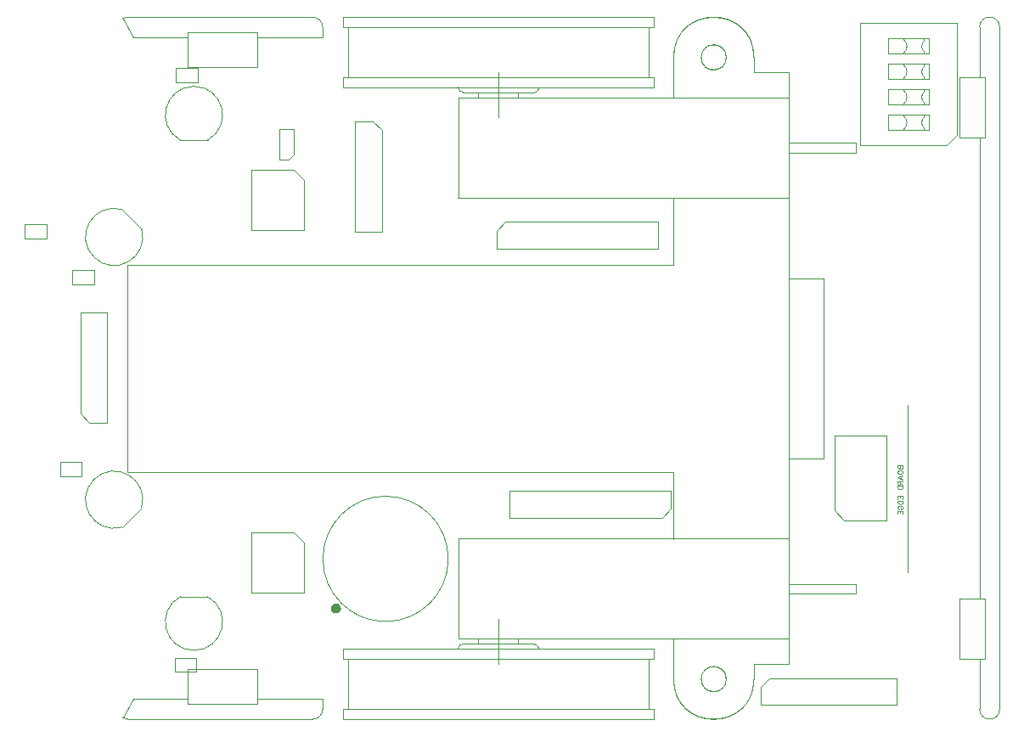
<source format=gbr>
G04 DipTrace 5.1.0.3*
G04 Âåðõíÿÿãðàôèêà.gbr*
%MOMM*%
G04 #@! TF.FileFunction,Drawing,Top*
G04 #@! TF.Part,Single*
%ADD10C,0.12*%
%ADD11C,0.0001*%
%ADD109C,0.07843*%
%FSLAX35Y35*%
G04*
G71*
G90*
G75*
G01*
G04 TopAssy*
%LPD*%
X10079148Y2462965D2*
D10*
X10079092Y4134965D1*
X4838231Y6875336D2*
X4838287Y5861670D1*
X4572287Y5861655D1*
X4572226Y6963655D1*
X4749893Y6963665D1*
X4838231Y6875336D1*
X2827786Y2223158D2*
G03X3101466Y2223169I136850J-249994D01*
G01*
X2827786Y2223158D2*
X3101466Y2223169D1*
X3101486Y6777168D2*
G03X2827806Y6777159I-136848J249995D01*
G01*
X3101486Y6777168D2*
X2827806Y6777159D1*
X2441777Y3110552D2*
G03X2248260Y2917027I-273539J80011D01*
G01*
X2441777Y3110552D2*
X2248260Y2917027D1*
X2248254Y6084302D2*
G03X2441775Y5890781I-80016J-273537D01*
G01*
X2248254Y6084302D2*
X2441775Y5890781D1*
X4059275Y2760736D2*
X4059288Y2266736D1*
X3535288Y2266723D1*
X3535272Y2860723D1*
X3959272Y2860734D1*
X4059275Y2760736D1*
X9349710Y3082167D2*
Y3830167D1*
X9873710D1*
Y2982167D1*
X9449710D1*
X9349710Y3082167D1*
X4059237Y6376663D2*
Y5882663D1*
X3535237D1*
Y6476663D1*
X3959237D1*
X4059237Y6376663D1*
X7632279Y3009606D2*
X6110612Y3009572D1*
X6110607Y3275572D1*
X7720607Y3275608D1*
X7720611Y3097941D1*
X7632279Y3009606D1*
X4250417Y2600243D2*
G02X4250417Y2600243I625000J0D01*
G01*
G36*
X4381150Y2055977D2*
X4374624Y2056404D1*
X4368209Y2057680D1*
X4362016Y2059783D1*
X4356150Y2062675D1*
X4350712Y2066309D1*
X4345795Y2070621D1*
X4341482Y2075539D1*
X4337849Y2080977D1*
X4334956Y2086843D1*
X4332854Y2093036D1*
X4331578Y2099450D1*
X4331150Y2105977D1*
X4331578Y2112503D1*
X4332854Y2118918D1*
X4334956Y2125111D1*
X4337849Y2130977D1*
X4341482Y2136415D1*
X4345795Y2141332D1*
X4350712Y2145644D1*
X4356150Y2149278D1*
X4362016Y2152171D1*
X4368209Y2154273D1*
X4374624Y2155549D1*
X4381150Y2155977D1*
D1*
X4387676Y2155549D1*
X4394091Y2154273D1*
X4400284Y2152171D1*
X4406150Y2149278D1*
X4411588Y2145644D1*
X4416505Y2141332D1*
X4420818Y2136415D1*
X4424451Y2130977D1*
X4427344Y2125111D1*
X4429446Y2118918D1*
X4430722Y2112503D1*
X4431150Y2105977D1*
X4430722Y2099450D1*
X4429446Y2093036D1*
X4427344Y2086843D1*
X4424451Y2080977D1*
X4420818Y2075539D1*
X4416505Y2070621D1*
X4411588Y2066309D1*
X4406150Y2062675D1*
X4400284Y2059783D1*
X4394091Y2057680D1*
X4387676Y2056404D1*
X4381150Y2055977D1*
D1*
G37*
X1831185Y4046405D2*
D10*
X1831167Y5060071D1*
X2097167Y5060076D1*
X2097187Y3958076D1*
X1919520Y3958073D1*
X1831185Y4046405D1*
X3959037Y6628830D2*
X3912370Y6582163D1*
X3819037D1*
Y6882163D1*
X3959037D1*
Y6628830D1*
X2771035Y1613960D2*
X2771039Y1473960D1*
X2987039Y1473967D1*
X2987035Y1613967D1*
X2771035Y1613960D1*
X2786737Y7493863D2*
Y7353863D1*
X3002737D1*
Y7493863D1*
X2786737D1*
X1630037Y3564563D2*
Y3424563D1*
X1846037D1*
Y3564563D1*
X1630037D1*
X1279733Y5935757D2*
X1279741Y5795757D1*
X1495741Y5795770D1*
X1495733Y5935770D1*
X1279733Y5935757D1*
X1751435Y5479960D2*
X1751439Y5339960D1*
X1967439Y5339967D1*
X1967435Y5479967D1*
X1751435Y5479960D1*
X6069083Y5960922D2*
X7590750Y5960967D1*
X7590758Y5694967D1*
X5980758Y5694920D1*
X5980753Y5872586D1*
X6069083Y5960922D1*
X10570610Y6824555D2*
X10470614Y6724552D1*
X9604614Y6724523D1*
X9604573Y7944523D1*
X10570573Y7944555D1*
X10570610Y6824555D1*
X9884609Y6873533D2*
X10290609Y6873546D1*
X10290603Y7033546D1*
X9884603Y7033533D1*
X9884609Y6873533D1*
X10245608Y6895395D2*
Y6878495D1*
X10042608Y6878488D1*
Y6894488D1*
X10042604Y7012588D2*
X10042603Y7028588D1*
X10245603Y7028595D1*
X10245604Y7011695D1*
X10043358Y6895438D2*
X10049758Y6901938D1*
X10056357Y6910838D1*
X10061657Y6920538D1*
X10065657Y6931339D1*
X10067956Y6941639D1*
X10068856Y6953539D1*
X10067956Y6965439D1*
X10065655Y6975739D1*
X10061655Y6986538D1*
X10056355Y6996238D1*
X10049754Y7005138D1*
X10043354Y7011638D1*
X10244854Y7011645D2*
X10238454Y7005144D1*
X10231855Y6996244D1*
X10226555Y6986544D1*
X10222555Y6975744D1*
X10220256Y6965444D1*
X10219356Y6953544D1*
X10220256Y6941644D1*
X10222557Y6931344D1*
X10226557Y6920544D1*
X10231857Y6910844D1*
X10238458Y6901944D1*
X10244858Y6895445D1*
X9884600Y7127533D2*
X10290600Y7127546D1*
X10290595Y7287546D1*
X9884595Y7287533D1*
X9884600Y7127533D1*
X10245599Y7149395D2*
X10245600Y7132495D1*
X10042600Y7132488D1*
X10042599Y7148488D1*
X10042596Y7266588D2*
X10042595Y7282588D1*
X10245595Y7282595D1*
X10245596Y7265695D1*
X10043349Y7149438D2*
X10049749Y7155938D1*
X10056349Y7164838D1*
X10061649Y7174538D1*
X10065648Y7185339D1*
X10067948Y7195639D1*
X10068848Y7207539D1*
X10067947Y7219439D1*
X10065647Y7229739D1*
X10061646Y7240538D1*
X10056346Y7250238D1*
X10049746Y7259138D1*
X10043346Y7265638D1*
X10244846Y7265645D2*
X10238446Y7259144D1*
X10231846Y7250244D1*
X10226546Y7240544D1*
X10222547Y7229744D1*
X10220247Y7219444D1*
X10219348Y7207544D1*
X10220248Y7195644D1*
X10222548Y7185344D1*
X10226549Y7174544D1*
X10231849Y7164844D1*
X10238449Y7155944D1*
X10244849Y7149445D1*
X9884592Y7381533D2*
X10290592Y7381546D1*
X10290587Y7541546D1*
X9884587Y7541533D1*
X9884592Y7381533D1*
X10245591Y7403395D2*
X10245592Y7386495D1*
X10042592Y7386488D1*
X10042591Y7402488D1*
X10042587Y7520588D2*
Y7536588D1*
X10245587Y7536595D1*
Y7519695D1*
X10043341Y7403438D2*
X10049741Y7409938D1*
X10056341Y7418838D1*
X10061640Y7428538D1*
X10065640Y7439339D1*
X10067940Y7449639D1*
X10068839Y7461539D1*
X10067939Y7473439D1*
X10065638Y7483739D1*
X10061638Y7494538D1*
X10056338Y7504238D1*
X10049737Y7513138D1*
X10043337Y7519638D1*
X10244837Y7519645D2*
X10238437Y7513144D1*
X10231838Y7504244D1*
X10226538Y7494544D1*
X10222538Y7483744D1*
X10220239Y7473444D1*
X10219339Y7461544D1*
X10220240Y7449644D1*
X10222540Y7439344D1*
X10226540Y7428544D1*
X10231841Y7418844D1*
X10238441Y7409944D1*
X10244841Y7403445D1*
X9884583Y7635533D2*
X10290583Y7635546D1*
X10290578Y7795546D1*
X9884578Y7795533D1*
X9884583Y7635533D1*
X10245583Y7656395D2*
Y7639495D1*
X10042583Y7639488D1*
Y7655488D1*
X10042579Y7773588D2*
X10042578Y7789588D1*
X10245578Y7789595D1*
X10245579Y7772695D1*
X10043333Y7656438D2*
X10049732Y7662938D1*
X10056332Y7671838D1*
X10061632Y7681538D1*
X10065632Y7692339D1*
X10067931Y7702639D1*
X10068831Y7714539D1*
X10067930Y7726439D1*
X10065630Y7736739D1*
X10061630Y7747538D1*
X10056329Y7757238D1*
X10049729Y7766138D1*
X10043329Y7772638D1*
X10244829Y7772645D2*
X10238429Y7766144D1*
X10231829Y7757244D1*
X10226530Y7747544D1*
X10222530Y7736744D1*
X10220230Y7726444D1*
X10219331Y7714544D1*
X10220231Y7702644D1*
X10222532Y7692344D1*
X10226532Y7681544D1*
X10231832Y7671844D1*
X10238432Y7662944D1*
X10244833Y7656445D1*
X8700963Y1411540D2*
X9968630D1*
Y1145540D1*
X8612630D1*
Y1323207D1*
X8700963Y1411540D1*
X5597177Y6199000D2*
D11*
X8897177D1*
X8022177Y7599000D2*
G02X8022177Y7599000I125000J0D01*
G01*
X7747177Y5599000D2*
Y6199000D1*
Y2799000D2*
Y3399000D1*
X8547177Y7599000D2*
G03X7747177Y7599000I-400000J0D01*
G01*
X8897177Y2799000D2*
Y6199000D1*
X7747177D1*
Y1399000D2*
G03X8547177Y1399000I400000J0D01*
G01*
X8022177D2*
G02X8022177Y1399000I125000J0D01*
G01*
X8547177D2*
Y1549000D1*
X8897177Y5399000D2*
X9247177D1*
Y3599000D1*
X8897177D1*
X5598390Y2801990D2*
Y1801990D1*
X8898390D1*
Y2801990D2*
Y1801990D1*
X5598390Y2801990D2*
X8898390D1*
Y2351990D2*
X9568390D1*
X8898390Y2251990D2*
X9568390D1*
X6198390Y1801990D2*
Y1751990D1*
X5798390Y1801990D2*
Y1751990D1*
X8548390Y7601990D2*
Y7451990D1*
X8023390Y7601990D2*
G02X8023390Y7601990I125000J0D01*
G01*
X8898390Y7451990D2*
Y7201990D1*
X7748390Y5534490D2*
Y6201990D1*
Y2801990D2*
Y3469490D1*
X8548390Y7601990D2*
G03X7748390Y7601990I-400000J0D01*
G01*
X8898390Y2801990D2*
Y6201990D1*
X8548390Y7451990D2*
X8898390D1*
X7748390Y7201990D2*
Y7601990D1*
Y7201990D2*
X8898390D1*
Y6201990D2*
X7748390D1*
Y1401990D2*
G03X8548390Y1401990I400000J0D01*
G01*
X7748390Y1801990D2*
Y1401990D1*
X8023390D2*
G02X8023390Y1401990I125000J0D01*
G01*
X8548390D2*
Y1551990D1*
X8898390D1*
Y1801990D1*
Y2801990D2*
X7748390D1*
Y1801990D2*
X8898390D1*
X2298390Y3469490D2*
X7748390D1*
X2298390Y5534490D2*
X7748390D1*
X2298390Y3469490D2*
Y5534490D1*
X7548390Y1701990D2*
X4448390D1*
X7548390D2*
Y1601990D1*
X4448390Y1101990D2*
Y1001990D1*
X7548390D2*
X4448390D1*
X7548390Y1101990D2*
Y1001990D1*
X4448390Y1701990D2*
Y1601990D1*
X4498390D2*
Y1101990D1*
X7498390Y1601990D2*
Y1101990D1*
X7548390D2*
X4448390D1*
X7548390Y1601990D2*
X4448390D1*
X5648390Y1751990D2*
G03X5598390Y1701990I-5J-49995D01*
G01*
X5648390Y1751990D2*
X6346373D1*
X6347423D1*
X6349517Y1751927D1*
X6353687Y1751537D1*
X6358840Y1750563D1*
X6364830Y1748640D1*
X6370533Y1745987D1*
X6375857Y1742647D1*
X6380723Y1738673D1*
X6385053Y1734123D1*
X6388777Y1729073D1*
X6391840Y1723597D1*
X6394193Y1717783D1*
X6395800Y1711723D1*
X6396513Y1706417D1*
X6396627Y1703163D1*
Y1701990D1*
X7548390Y7301990D2*
Y7401990D1*
X4448390Y7901990D2*
Y8001990D1*
X7548390Y7901990D2*
Y8001990D1*
X4448390Y7301990D2*
Y7401990D1*
X4498390D2*
Y7901990D1*
X7498390Y7401990D2*
Y7901990D1*
X6346373Y7251990D2*
X6347423D1*
X6349517Y7252057D1*
X6353687Y7252447D1*
X6358840Y7253417D1*
X6364830Y7255343D1*
X6370533Y7257993D1*
X6375857Y7261333D1*
X6380723Y7265310D1*
X6385053Y7269860D1*
X6388777Y7274910D1*
X6391840Y7280383D1*
X6394193Y7286197D1*
X6395800Y7292257D1*
X6396513Y7297563D1*
X6396627Y7300820D1*
Y7301990D1*
X5598390D2*
G03X5648390Y7251990I50001J1D01*
G01*
X6346373D2*
X5648390D1*
X5598390Y7201990D2*
Y6201990D1*
X8898390D1*
Y7201990D2*
Y6201990D1*
X5598390Y7201990D2*
X8898390D1*
Y6751990D2*
X9568390D1*
Y6651990D1*
X8898390D2*
X9568390D1*
X6198390Y7201990D2*
Y7251990D1*
X5798390Y7201990D2*
Y7251990D1*
X5998390Y2001990D2*
Y1551990D1*
Y7001990D2*
Y7451990D1*
X4248390Y7901990D2*
Y7801990D1*
X2303813Y8001990D2*
X4148390D1*
X2359240Y7801990D2*
X2898390D1*
X3598390D2*
X4248390D1*
X2303813Y1001990D2*
X4148390D1*
X2359240Y1201990D2*
X2255337Y1014527D1*
X2359240Y1201990D2*
X2898390D1*
X3598390D2*
X4248390D1*
Y1101990D2*
Y1201990D1*
X2359240Y7801990D2*
X2255337Y7989457D1*
X10798390Y1601990D2*
Y1101990D1*
Y7901990D2*
Y7401990D1*
X10998390Y1101990D2*
Y7901990D1*
X10798390Y6801990D2*
Y2201990D1*
X10848390Y6801990D2*
Y7401990D1*
Y2201990D2*
X10698390D1*
Y1601990D2*
X10848390D1*
Y7401990D2*
X10698390D1*
Y6801990D2*
X10848390D1*
Y1601990D2*
Y2201990D1*
X10598390Y1601990D2*
Y2201990D1*
X10698390Y7401990D2*
X10598390D1*
X10698390Y2201990D2*
X10598390D1*
X10698390Y1601990D2*
X10598390D1*
Y6801990D2*
Y7401990D1*
X10698390Y6801990D2*
X10598390D1*
X2898390Y7851990D2*
Y7701990D1*
X3598390D2*
Y7851990D1*
X2898390D1*
Y1151990D2*
Y1301990D1*
Y1501990D1*
X3598390Y1151990D2*
X2898390D1*
X3598390Y1501990D2*
X2898390D1*
X3598390Y1301990D2*
Y1151990D1*
Y1301990D2*
Y1501990D1*
Y7701990D2*
Y7501990D1*
X2898390D1*
Y7701990D2*
Y7501990D1*
X10998390Y7901990D2*
G03X10798390Y7901990I-100000J0D01*
G01*
Y1101990D2*
G03X10998390Y1101990I100000J0D01*
G01*
X4248390Y7901990D2*
G03X4148390Y8001990I-99997J3D01*
G01*
Y1001990D2*
G03X4248390Y1101990I-2J100002D01*
G01*
X2255337Y1014527D2*
G03X2303813Y1001990I48488J87502D01*
G01*
Y8001990D2*
G03X2255337Y7989457I-8J-99986D01*
G01*
X9568390Y2301990D2*
Y2251990D1*
Y2351990D2*
Y2301990D1*
X6198390Y1751990D2*
X6143627D1*
X5898390D2*
X5798390D1*
X5998390Y7301990D2*
X7548390D1*
X4448390D2*
X5998390D1*
Y8001990D2*
X7548390D1*
X4448390D2*
X5998390D1*
Y7901990D2*
X7548390D1*
X4448390D2*
X5998390D1*
Y7401990D2*
X7548390D1*
X4448390D2*
X5998390D1*
X5798390Y7251990D2*
X5898390D1*
X6143627D2*
X6198390D1*
X9981836Y3534720D2*
D109*
X10032879Y3534722D1*
X10032880Y3512822D1*
X10030410Y3505522D1*
X10027995Y3503107D1*
X10023166Y3500692D1*
X10015866D1*
X10010980Y3503106D1*
X10008566Y3505521D1*
X10006151Y3512821D1*
X10003680Y3505521D1*
X10001266Y3503106D1*
X9996437Y3500691D1*
X9991551D1*
X9986722Y3503106D1*
X9984251Y3505520D1*
X9981836Y3512820D1*
Y3534720D1*
X10006150Y3534721D2*
X10006151Y3512821D1*
X9981838Y3470404D2*
X9984252Y3475290D1*
X9989137Y3480119D1*
X9993967Y3482590D1*
X10001266Y3485005D1*
X10013452Y3485006D1*
X10020696Y3482591D1*
X10025581Y3480121D1*
X10030411Y3475291D1*
X10032882Y3470406D1*
Y3460692D1*
X10030411Y3455862D1*
X10025582Y3450977D1*
X10020697Y3448562D1*
X10013453Y3446147D1*
X10001268D1*
X9993968Y3448561D1*
X9989138Y3450975D1*
X9984253Y3455861D1*
X9981838Y3460690D1*
Y3470404D1*
X10032884Y3391547D2*
X9981840Y3411031D1*
X10032883Y3430461D1*
X10015869Y3423161D2*
Y3398846D1*
X10006155Y3375860D2*
X10006156Y3354016D1*
X10003686Y3346716D1*
X10001271Y3344245D1*
X9996442Y3341830D1*
X9991557D1*
X9986727Y3344244D1*
X9984256Y3346715D1*
X9981842Y3354015D1*
X9981841Y3375859D1*
X10032885Y3375861D1*
X10006156Y3358845D2*
X10032886Y3341831D1*
X9981842Y3326143D2*
X10032886Y3326145D1*
X10032887Y3309130D1*
X10030416Y3301830D1*
X10025587Y3296945D1*
X10020702Y3294530D1*
X10013458Y3292115D1*
X10001273D1*
X9993973Y3294529D1*
X9989143Y3296944D1*
X9984258Y3301829D1*
X9981843Y3309129D1*
X9981842Y3326143D1*
X9981847Y3195491D2*
X9981846Y3227049D1*
X10032890Y3227051D1*
X10032891Y3195492D1*
X10006160Y3227050D2*
X10006161Y3207621D1*
X9981847Y3179805D2*
X10032891Y3179806D1*
X10032892Y3162792D1*
X10030421Y3155492D1*
X10025592Y3150606D1*
X10020707Y3148191D1*
X10013463Y3145776D1*
X10001278D1*
X9993978Y3148190D1*
X9989148Y3150605D1*
X9984263Y3155490D1*
X9981848Y3162790D1*
X9981847Y3179805D1*
X9993979Y3093646D2*
X9989150Y3096060D1*
X9984265Y3100945D1*
X9981850Y3105774D1*
X9981849Y3115489D1*
X9984264Y3120374D1*
X9989149Y3125204D1*
X9993978Y3127675D1*
X10001278Y3130090D1*
X10013464D1*
X10020708Y3127676D1*
X10025593Y3125205D1*
X10030422Y3120376D1*
X10032893Y3115491D1*
X10032894Y3105776D1*
X10030423Y3100947D1*
X10025594Y3096061D1*
X10020709Y3093646D1*
X10013465D1*
X10013464Y3105775D1*
X9981852Y3046400D2*
X9981851Y3077959D1*
X10032895Y3077961D1*
X10032896Y3046402D1*
X10006165Y3077960D2*
X10006166Y3058530D1*
M02*

</source>
